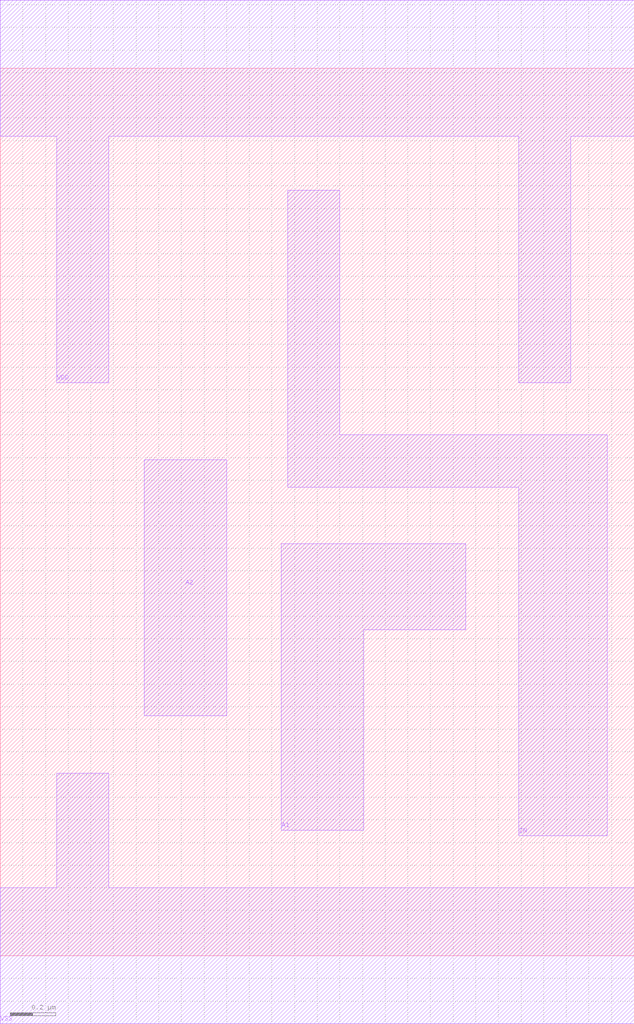
<source format=lef>
# Copyright 2022 GlobalFoundries PDK Authors
#
# Licensed under the Apache License, Version 2.0 (the "License");
# you may not use this file except in compliance with the License.
# You may obtain a copy of the License at
#
#      http://www.apache.org/licenses/LICENSE-2.0
#
# Unless required by applicable law or agreed to in writing, software
# distributed under the License is distributed on an "AS IS" BASIS,
# WITHOUT WARRANTIES OR CONDITIONS OF ANY KIND, either express or implied.
# See the License for the specific language governing permissions and
# limitations under the License.

MACRO gf180mcu_fd_sc_mcu7t5v0__nand2_1
  CLASS core ;
  FOREIGN gf180mcu_fd_sc_mcu7t5v0__nand2_1 0.0 0.0 ;
  ORIGIN 0 0 ;
  SYMMETRY X Y ;
  SITE GF018hv5v_mcu_sc7 ;
  SIZE 2.8 BY 3.92 ;
  PIN A1
    DIRECTION INPUT ;
    ANTENNAGATEAREA 1.057 ;
    PORT
      LAYER METAL1 ;
        POLYGON 1.24 0.555 1.605 0.555 1.605 1.44 2.055 1.44 2.055 1.82 1.24 1.82  ;
    END
  END A1
  PIN A2
    DIRECTION INPUT ;
    ANTENNAGATEAREA 1.057 ;
    PORT
      LAYER METAL1 ;
        POLYGON 0.635 1.06 1 1.06 1 2.19 0.635 2.19  ;
    END
  END A2
  PIN ZN
    DIRECTION OUTPUT ;
    ANTENNADIFFAREA 0.9484 ;
    PORT
      LAYER METAL1 ;
        POLYGON 1.27 2.07 2.29 2.07 2.29 0.53 2.68 0.53 2.68 2.3 1.5 2.3 1.5 3.38 1.27 3.38  ;
    END
  END ZN
  PIN VDD
    DIRECTION INOUT ;
    USE power ;
    SHAPE ABUTMENT ;
    PORT
      LAYER METAL1 ;
        POLYGON 0 3.62 0.25 3.62 0.25 2.53 0.48 2.53 0.48 3.62 2.29 3.62 2.29 2.53 2.52 2.53 2.52 3.62 2.8 3.62 2.8 4.22 0 4.22  ;
    END
  END VDD
  PIN VSS
    DIRECTION INOUT ;
    USE ground ;
    SHAPE ABUTMENT ;
    PORT
      LAYER METAL1 ;
        POLYGON 0 -0.3 2.8 -0.3 2.8 0.3 0.48 0.3 0.48 0.805 0.25 0.805 0.25 0.3 0 0.3  ;
    END
  END VSS
END gf180mcu_fd_sc_mcu7t5v0__nand2_1

</source>
